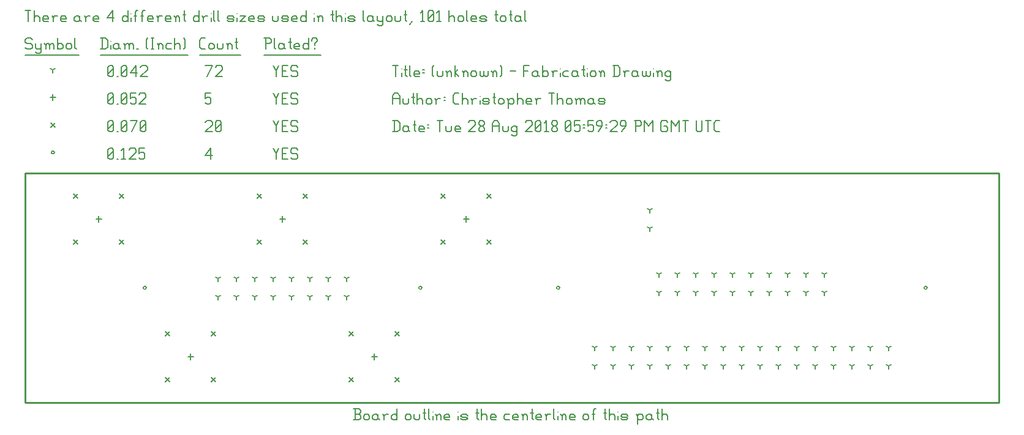
<source format=gbr>
G04 start of page 11 for group -3984 idx -3984 *
G04 Title: (unknown), fab *
G04 Creator: pcb 20140316 *
G04 CreationDate: Tue 28 Aug 2018 05:59:29 PM GMT UTC *
G04 For: thomasc *
G04 Format: Gerber/RS-274X *
G04 PCB-Dimensions (mil): 5300.00 1250.00 *
G04 PCB-Coordinate-Origin: lower left *
%MOIN*%
%FSLAX25Y25*%
%LNFAB*%
%ADD60C,0.0100*%
%ADD59C,0.0075*%
%ADD58C,0.0060*%
%ADD57R,0.0080X0.0080*%
G54D57*X64200Y62500D02*G75*G03X65800Y62500I800J0D01*G01*
G75*G03X64200Y62500I-800J0D01*G01*
X489200D02*G75*G03X490800Y62500I800J0D01*G01*
G75*G03X489200Y62500I-800J0D01*G01*
X214200D02*G75*G03X215800Y62500I800J0D01*G01*
G75*G03X214200Y62500I-800J0D01*G01*
X289200D02*G75*G03X290800Y62500I800J0D01*G01*
G75*G03X289200Y62500I-800J0D01*G01*
X14200Y136250D02*G75*G03X15800Y136250I800J0D01*G01*
G75*G03X14200Y136250I-800J0D01*G01*
G54D58*X135000Y138500D02*X136500Y135500D01*
X138000Y138500D01*
X136500Y135500D02*Y132500D01*
X139800Y135800D02*X142050D01*
X139800Y132500D02*X142800D01*
X139800Y138500D02*Y132500D01*
Y138500D02*X142800D01*
X147600D02*X148350Y137750D01*
X145350Y138500D02*X147600D01*
X144600Y137750D02*X145350Y138500D01*
X144600Y137750D02*Y136250D01*
X145350Y135500D01*
X147600D01*
X148350Y134750D01*
Y133250D01*
X147600Y132500D02*X148350Y133250D01*
X145350Y132500D02*X147600D01*
X144600Y133250D02*X145350Y132500D01*
X98000Y134750D02*X101000Y138500D01*
X98000Y134750D02*X101750D01*
X101000Y138500D02*Y132500D01*
X45000Y133250D02*X45750Y132500D01*
X45000Y137750D02*Y133250D01*
Y137750D02*X45750Y138500D01*
X47250D01*
X48000Y137750D01*
Y133250D01*
X47250Y132500D02*X48000Y133250D01*
X45750Y132500D02*X47250D01*
X45000Y134000D02*X48000Y137000D01*
X49800Y132500D02*X50550D01*
X52350Y137300D02*X53550Y138500D01*
Y132500D01*
X52350D02*X54600D01*
X56400Y137750D02*X57150Y138500D01*
X59400D01*
X60150Y137750D01*
Y136250D01*
X56400Y132500D02*X60150Y136250D01*
X56400Y132500D02*X60150D01*
X61950Y138500D02*X64950D01*
X61950D02*Y135500D01*
X62700Y136250D01*
X64200D01*
X64950Y135500D01*
Y133250D01*
X64200Y132500D02*X64950Y133250D01*
X62700Y132500D02*X64200D01*
X61950Y133250D02*X62700Y132500D01*
X26300Y113700D02*X28700Y111300D01*
X26300D02*X28700Y113700D01*
X51300D02*X53700Y111300D01*
X51300D02*X53700Y113700D01*
X51300Y88700D02*X53700Y86300D01*
X51300D02*X53700Y88700D01*
X26300D02*X28700Y86300D01*
X26300D02*X28700Y88700D01*
X126300Y113700D02*X128700Y111300D01*
X126300D02*X128700Y113700D01*
X151300D02*X153700Y111300D01*
X151300D02*X153700Y113700D01*
X151300Y88700D02*X153700Y86300D01*
X151300D02*X153700Y88700D01*
X126300D02*X128700Y86300D01*
X126300D02*X128700Y88700D01*
X226300Y113700D02*X228700Y111300D01*
X226300D02*X228700Y113700D01*
X251300D02*X253700Y111300D01*
X251300D02*X253700Y113700D01*
X251300Y88700D02*X253700Y86300D01*
X251300D02*X253700Y88700D01*
X226300D02*X228700Y86300D01*
X226300D02*X228700Y88700D01*
X176300Y38700D02*X178700Y36300D01*
X176300D02*X178700Y38700D01*
X201300D02*X203700Y36300D01*
X201300D02*X203700Y38700D01*
X201300Y13700D02*X203700Y11300D01*
X201300D02*X203700Y13700D01*
X176300D02*X178700Y11300D01*
X176300D02*X178700Y13700D01*
X76300Y38700D02*X78700Y36300D01*
X76300D02*X78700Y38700D01*
X101300D02*X103700Y36300D01*
X101300D02*X103700Y38700D01*
X101300Y13700D02*X103700Y11300D01*
X101300D02*X103700Y13700D01*
X76300D02*X78700Y11300D01*
X76300D02*X78700Y13700D01*
X13800Y152450D02*X16200Y150050D01*
X13800D02*X16200Y152450D01*
X135000Y153500D02*X136500Y150500D01*
X138000Y153500D01*
X136500Y150500D02*Y147500D01*
X139800Y150800D02*X142050D01*
X139800Y147500D02*X142800D01*
X139800Y153500D02*Y147500D01*
Y153500D02*X142800D01*
X147600D02*X148350Y152750D01*
X145350Y153500D02*X147600D01*
X144600Y152750D02*X145350Y153500D01*
X144600Y152750D02*Y151250D01*
X145350Y150500D01*
X147600D01*
X148350Y149750D01*
Y148250D01*
X147600Y147500D02*X148350Y148250D01*
X145350Y147500D02*X147600D01*
X144600Y148250D02*X145350Y147500D01*
X98000Y152750D02*X98750Y153500D01*
X101000D01*
X101750Y152750D01*
Y151250D01*
X98000Y147500D02*X101750Y151250D01*
X98000Y147500D02*X101750D01*
X103550Y148250D02*X104300Y147500D01*
X103550Y152750D02*Y148250D01*
Y152750D02*X104300Y153500D01*
X105800D01*
X106550Y152750D01*
Y148250D01*
X105800Y147500D02*X106550Y148250D01*
X104300Y147500D02*X105800D01*
X103550Y149000D02*X106550Y152000D01*
X45000Y148250D02*X45750Y147500D01*
X45000Y152750D02*Y148250D01*
Y152750D02*X45750Y153500D01*
X47250D01*
X48000Y152750D01*
Y148250D01*
X47250Y147500D02*X48000Y148250D01*
X45750Y147500D02*X47250D01*
X45000Y149000D02*X48000Y152000D01*
X49800Y147500D02*X50550D01*
X52350Y148250D02*X53100Y147500D01*
X52350Y152750D02*Y148250D01*
Y152750D02*X53100Y153500D01*
X54600D01*
X55350Y152750D01*
Y148250D01*
X54600Y147500D02*X55350Y148250D01*
X53100Y147500D02*X54600D01*
X52350Y149000D02*X55350Y152000D01*
X57900Y147500D02*X60900Y153500D01*
X57150D02*X60900D01*
X62700Y148250D02*X63450Y147500D01*
X62700Y152750D02*Y148250D01*
Y152750D02*X63450Y153500D01*
X64950D01*
X65700Y152750D01*
Y148250D01*
X64950Y147500D02*X65700Y148250D01*
X63450Y147500D02*X64950D01*
X62700Y149000D02*X65700Y152000D01*
X40000Y101600D02*Y98400D01*
X38400Y100000D02*X41600D01*
X140000Y101600D02*Y98400D01*
X138400Y100000D02*X141600D01*
X240000Y101600D02*Y98400D01*
X238400Y100000D02*X241600D01*
X190000Y26600D02*Y23400D01*
X188400Y25000D02*X191600D01*
X90000Y26600D02*Y23400D01*
X88400Y25000D02*X91600D01*
X15000Y167850D02*Y164650D01*
X13400Y166250D02*X16600D01*
X135000Y168500D02*X136500Y165500D01*
X138000Y168500D01*
X136500Y165500D02*Y162500D01*
X139800Y165800D02*X142050D01*
X139800Y162500D02*X142800D01*
X139800Y168500D02*Y162500D01*
Y168500D02*X142800D01*
X147600D02*X148350Y167750D01*
X145350Y168500D02*X147600D01*
X144600Y167750D02*X145350Y168500D01*
X144600Y167750D02*Y166250D01*
X145350Y165500D01*
X147600D01*
X148350Y164750D01*
Y163250D01*
X147600Y162500D02*X148350Y163250D01*
X145350Y162500D02*X147600D01*
X144600Y163250D02*X145350Y162500D01*
X98000Y168500D02*X101000D01*
X98000D02*Y165500D01*
X98750Y166250D01*
X100250D01*
X101000Y165500D01*
Y163250D01*
X100250Y162500D02*X101000Y163250D01*
X98750Y162500D02*X100250D01*
X98000Y163250D02*X98750Y162500D01*
X45000Y163250D02*X45750Y162500D01*
X45000Y167750D02*Y163250D01*
Y167750D02*X45750Y168500D01*
X47250D01*
X48000Y167750D01*
Y163250D01*
X47250Y162500D02*X48000Y163250D01*
X45750Y162500D02*X47250D01*
X45000Y164000D02*X48000Y167000D01*
X49800Y162500D02*X50550D01*
X52350Y163250D02*X53100Y162500D01*
X52350Y167750D02*Y163250D01*
Y167750D02*X53100Y168500D01*
X54600D01*
X55350Y167750D01*
Y163250D01*
X54600Y162500D02*X55350Y163250D01*
X53100Y162500D02*X54600D01*
X52350Y164000D02*X55350Y167000D01*
X57150Y168500D02*X60150D01*
X57150D02*Y165500D01*
X57900Y166250D01*
X59400D01*
X60150Y165500D01*
Y163250D01*
X59400Y162500D02*X60150Y163250D01*
X57900Y162500D02*X59400D01*
X57150Y163250D02*X57900Y162500D01*
X61950Y167750D02*X62700Y168500D01*
X64950D01*
X65700Y167750D01*
Y166250D01*
X61950Y162500D02*X65700Y166250D01*
X61950Y162500D02*X65700D01*
X470000Y20000D02*Y18400D01*
Y20000D02*X471387Y20800D01*
X470000Y20000D02*X468613Y20800D01*
X470000Y30000D02*Y28400D01*
Y30000D02*X471387Y30800D01*
X470000Y30000D02*X468613Y30800D01*
X460000Y20000D02*Y18400D01*
Y20000D02*X461387Y20800D01*
X460000Y20000D02*X458613Y20800D01*
X460000Y30000D02*Y28400D01*
Y30000D02*X461387Y30800D01*
X460000Y30000D02*X458613Y30800D01*
X450000Y20000D02*Y18400D01*
Y20000D02*X451387Y20800D01*
X450000Y20000D02*X448613Y20800D01*
X450000Y30000D02*Y28400D01*
Y30000D02*X451387Y30800D01*
X450000Y30000D02*X448613Y30800D01*
X440000Y20000D02*Y18400D01*
Y20000D02*X441387Y20800D01*
X440000Y20000D02*X438613Y20800D01*
X440000Y30000D02*Y28400D01*
Y30000D02*X441387Y30800D01*
X440000Y30000D02*X438613Y30800D01*
X430000Y20000D02*Y18400D01*
Y20000D02*X431387Y20800D01*
X430000Y20000D02*X428613Y20800D01*
X430000Y30000D02*Y28400D01*
Y30000D02*X431387Y30800D01*
X430000Y30000D02*X428613Y30800D01*
X420000Y20000D02*Y18400D01*
Y20000D02*X421387Y20800D01*
X420000Y20000D02*X418613Y20800D01*
X420000Y30000D02*Y28400D01*
Y30000D02*X421387Y30800D01*
X420000Y30000D02*X418613Y30800D01*
X410000Y20000D02*Y18400D01*
Y20000D02*X411387Y20800D01*
X410000Y20000D02*X408613Y20800D01*
X410000Y30000D02*Y28400D01*
Y30000D02*X411387Y30800D01*
X410000Y30000D02*X408613Y30800D01*
X400000Y20000D02*Y18400D01*
Y20000D02*X401387Y20800D01*
X400000Y20000D02*X398613Y20800D01*
X400000Y30000D02*Y28400D01*
Y30000D02*X401387Y30800D01*
X400000Y30000D02*X398613Y30800D01*
X390000Y20000D02*Y18400D01*
Y20000D02*X391387Y20800D01*
X390000Y20000D02*X388613Y20800D01*
X390000Y30000D02*Y28400D01*
Y30000D02*X391387Y30800D01*
X390000Y30000D02*X388613Y30800D01*
X380000Y20000D02*Y18400D01*
Y20000D02*X381387Y20800D01*
X380000Y20000D02*X378613Y20800D01*
X380000Y30000D02*Y28400D01*
Y30000D02*X381387Y30800D01*
X380000Y30000D02*X378613Y30800D01*
X370000Y20000D02*Y18400D01*
Y20000D02*X371387Y20800D01*
X370000Y20000D02*X368613Y20800D01*
X370000Y30000D02*Y28400D01*
Y30000D02*X371387Y30800D01*
X370000Y30000D02*X368613Y30800D01*
X360000Y20000D02*Y18400D01*
Y20000D02*X361387Y20800D01*
X360000Y20000D02*X358613Y20800D01*
X360000Y30000D02*Y28400D01*
Y30000D02*X361387Y30800D01*
X360000Y30000D02*X358613Y30800D01*
X350000Y20000D02*Y18400D01*
Y20000D02*X351387Y20800D01*
X350000Y20000D02*X348613Y20800D01*
X350000Y30000D02*Y28400D01*
Y30000D02*X351387Y30800D01*
X350000Y30000D02*X348613Y30800D01*
X340000Y20000D02*Y18400D01*
Y20000D02*X341387Y20800D01*
X340000Y20000D02*X338613Y20800D01*
X340000Y30000D02*Y28400D01*
Y30000D02*X341387Y30800D01*
X340000Y30000D02*X338613Y30800D01*
X330000Y20000D02*Y18400D01*
Y20000D02*X331387Y20800D01*
X330000Y20000D02*X328613Y20800D01*
X330000Y30000D02*Y28400D01*
Y30000D02*X331387Y30800D01*
X330000Y30000D02*X328613Y30800D01*
X320000Y20000D02*Y18400D01*
Y20000D02*X321387Y20800D01*
X320000Y20000D02*X318613Y20800D01*
X320000Y30000D02*Y28400D01*
Y30000D02*X321387Y30800D01*
X320000Y30000D02*X318613Y30800D01*
X310000Y20000D02*Y18400D01*
Y20000D02*X311387Y20800D01*
X310000Y20000D02*X308613Y20800D01*
X310000Y30000D02*Y28400D01*
Y30000D02*X311387Y30800D01*
X310000Y30000D02*X308613Y30800D01*
X340000Y95000D02*Y93400D01*
Y95000D02*X341387Y95800D01*
X340000Y95000D02*X338613Y95800D01*
X340000Y105000D02*Y103400D01*
Y105000D02*X341387Y105800D01*
X340000Y105000D02*X338613Y105800D01*
X105000Y57500D02*Y55900D01*
Y57500D02*X106387Y58300D01*
X105000Y57500D02*X103613Y58300D01*
X105000Y67500D02*Y65900D01*
Y67500D02*X106387Y68300D01*
X105000Y67500D02*X103613Y68300D01*
X115000Y57500D02*Y55900D01*
Y57500D02*X116387Y58300D01*
X115000Y57500D02*X113613Y58300D01*
X115000Y67500D02*Y65900D01*
Y67500D02*X116387Y68300D01*
X115000Y67500D02*X113613Y68300D01*
X125000Y57500D02*Y55900D01*
Y57500D02*X126387Y58300D01*
X125000Y57500D02*X123613Y58300D01*
X125000Y67500D02*Y65900D01*
Y67500D02*X126387Y68300D01*
X125000Y67500D02*X123613Y68300D01*
X135000Y57500D02*Y55900D01*
Y57500D02*X136387Y58300D01*
X135000Y57500D02*X133613Y58300D01*
X135000Y67500D02*Y65900D01*
Y67500D02*X136387Y68300D01*
X135000Y67500D02*X133613Y68300D01*
X145000Y57500D02*Y55900D01*
Y57500D02*X146387Y58300D01*
X145000Y57500D02*X143613Y58300D01*
X145000Y67500D02*Y65900D01*
Y67500D02*X146387Y68300D01*
X145000Y67500D02*X143613Y68300D01*
X155000Y57500D02*Y55900D01*
Y57500D02*X156387Y58300D01*
X155000Y57500D02*X153613Y58300D01*
X155000Y67500D02*Y65900D01*
Y67500D02*X156387Y68300D01*
X155000Y67500D02*X153613Y68300D01*
X165000Y57500D02*Y55900D01*
Y57500D02*X166387Y58300D01*
X165000Y57500D02*X163613Y58300D01*
X165000Y67500D02*Y65900D01*
Y67500D02*X166387Y68300D01*
X165000Y67500D02*X163613Y68300D01*
X175000Y57500D02*Y55900D01*
Y57500D02*X176387Y58300D01*
X175000Y57500D02*X173613Y58300D01*
X175000Y67500D02*Y65900D01*
Y67500D02*X176387Y68300D01*
X175000Y67500D02*X173613Y68300D01*
X435000Y70000D02*Y68400D01*
Y70000D02*X436387Y70800D01*
X435000Y70000D02*X433613Y70800D01*
X435000Y60000D02*Y58400D01*
Y60000D02*X436387Y60800D01*
X435000Y60000D02*X433613Y60800D01*
X425000Y70000D02*Y68400D01*
Y70000D02*X426387Y70800D01*
X425000Y70000D02*X423613Y70800D01*
X425000Y60000D02*Y58400D01*
Y60000D02*X426387Y60800D01*
X425000Y60000D02*X423613Y60800D01*
X415000Y70000D02*Y68400D01*
Y70000D02*X416387Y70800D01*
X415000Y70000D02*X413613Y70800D01*
X415000Y60000D02*Y58400D01*
Y60000D02*X416387Y60800D01*
X415000Y60000D02*X413613Y60800D01*
X405000Y70000D02*Y68400D01*
Y70000D02*X406387Y70800D01*
X405000Y70000D02*X403613Y70800D01*
X405000Y60000D02*Y58400D01*
Y60000D02*X406387Y60800D01*
X405000Y60000D02*X403613Y60800D01*
X395000Y70000D02*Y68400D01*
Y70000D02*X396387Y70800D01*
X395000Y70000D02*X393613Y70800D01*
X395000Y60000D02*Y58400D01*
Y60000D02*X396387Y60800D01*
X395000Y60000D02*X393613Y60800D01*
X385000Y70000D02*Y68400D01*
Y70000D02*X386387Y70800D01*
X385000Y70000D02*X383613Y70800D01*
X385000Y60000D02*Y58400D01*
Y60000D02*X386387Y60800D01*
X385000Y60000D02*X383613Y60800D01*
X375000Y70000D02*Y68400D01*
Y70000D02*X376387Y70800D01*
X375000Y70000D02*X373613Y70800D01*
X375000Y60000D02*Y58400D01*
Y60000D02*X376387Y60800D01*
X375000Y60000D02*X373613Y60800D01*
X365000Y70000D02*Y68400D01*
Y70000D02*X366387Y70800D01*
X365000Y70000D02*X363613Y70800D01*
X365000Y60000D02*Y58400D01*
Y60000D02*X366387Y60800D01*
X365000Y60000D02*X363613Y60800D01*
X355000Y70000D02*Y68400D01*
Y70000D02*X356387Y70800D01*
X355000Y70000D02*X353613Y70800D01*
X355000Y60000D02*Y58400D01*
Y60000D02*X356387Y60800D01*
X355000Y60000D02*X353613Y60800D01*
X345000Y70000D02*Y68400D01*
Y70000D02*X346387Y70800D01*
X345000Y70000D02*X343613Y70800D01*
X345000Y60000D02*Y58400D01*
Y60000D02*X346387Y60800D01*
X345000Y60000D02*X343613Y60800D01*
X15000Y181250D02*Y179650D01*
Y181250D02*X16387Y182050D01*
X15000Y181250D02*X13613Y182050D01*
X135000Y183500D02*X136500Y180500D01*
X138000Y183500D01*
X136500Y180500D02*Y177500D01*
X139800Y180800D02*X142050D01*
X139800Y177500D02*X142800D01*
X139800Y183500D02*Y177500D01*
Y183500D02*X142800D01*
X147600D02*X148350Y182750D01*
X145350Y183500D02*X147600D01*
X144600Y182750D02*X145350Y183500D01*
X144600Y182750D02*Y181250D01*
X145350Y180500D01*
X147600D01*
X148350Y179750D01*
Y178250D01*
X147600Y177500D02*X148350Y178250D01*
X145350Y177500D02*X147600D01*
X144600Y178250D02*X145350Y177500D01*
X98750D02*X101750Y183500D01*
X98000D02*X101750D01*
X103550Y182750D02*X104300Y183500D01*
X106550D01*
X107300Y182750D01*
Y181250D01*
X103550Y177500D02*X107300Y181250D01*
X103550Y177500D02*X107300D01*
X45000Y178250D02*X45750Y177500D01*
X45000Y182750D02*Y178250D01*
Y182750D02*X45750Y183500D01*
X47250D01*
X48000Y182750D01*
Y178250D01*
X47250Y177500D02*X48000Y178250D01*
X45750Y177500D02*X47250D01*
X45000Y179000D02*X48000Y182000D01*
X49800Y177500D02*X50550D01*
X52350Y178250D02*X53100Y177500D01*
X52350Y182750D02*Y178250D01*
Y182750D02*X53100Y183500D01*
X54600D01*
X55350Y182750D01*
Y178250D01*
X54600Y177500D02*X55350Y178250D01*
X53100Y177500D02*X54600D01*
X52350Y179000D02*X55350Y182000D01*
X57150Y179750D02*X60150Y183500D01*
X57150Y179750D02*X60900D01*
X60150Y183500D02*Y177500D01*
X62700Y182750D02*X63450Y183500D01*
X65700D01*
X66450Y182750D01*
Y181250D01*
X62700Y177500D02*X66450Y181250D01*
X62700Y177500D02*X66450D01*
X3000Y198500D02*X3750Y197750D01*
X750Y198500D02*X3000D01*
X0Y197750D02*X750Y198500D01*
X0Y197750D02*Y196250D01*
X750Y195500D01*
X3000D01*
X3750Y194750D01*
Y193250D01*
X3000Y192500D02*X3750Y193250D01*
X750Y192500D02*X3000D01*
X0Y193250D02*X750Y192500D01*
X5550Y195500D02*Y193250D01*
X6300Y192500D01*
X8550Y195500D02*Y191000D01*
X7800Y190250D02*X8550Y191000D01*
X6300Y190250D02*X7800D01*
X5550Y191000D02*X6300Y190250D01*
Y192500D02*X7800D01*
X8550Y193250D01*
X11100Y194750D02*Y192500D01*
Y194750D02*X11850Y195500D01*
X12600D01*
X13350Y194750D01*
Y192500D01*
Y194750D02*X14100Y195500D01*
X14850D01*
X15600Y194750D01*
Y192500D01*
X10350Y195500D02*X11100Y194750D01*
X17400Y198500D02*Y192500D01*
Y193250D02*X18150Y192500D01*
X19650D01*
X20400Y193250D01*
Y194750D02*Y193250D01*
X19650Y195500D02*X20400Y194750D01*
X18150Y195500D02*X19650D01*
X17400Y194750D02*X18150Y195500D01*
X22200Y194750D02*Y193250D01*
Y194750D02*X22950Y195500D01*
X24450D01*
X25200Y194750D01*
Y193250D01*
X24450Y192500D02*X25200Y193250D01*
X22950Y192500D02*X24450D01*
X22200Y193250D02*X22950Y192500D01*
X27000Y198500D02*Y193250D01*
X27750Y192500D01*
X0Y189250D02*X29250D01*
X41750Y198500D02*Y192500D01*
X43700Y198500D02*X44750Y197450D01*
Y193550D01*
X43700Y192500D02*X44750Y193550D01*
X41000Y192500D02*X43700D01*
X41000Y198500D02*X43700D01*
G54D59*X46550Y197000D02*Y196850D01*
G54D58*Y194750D02*Y192500D01*
X50300Y195500D02*X51050Y194750D01*
X48800Y195500D02*X50300D01*
X48050Y194750D02*X48800Y195500D01*
X48050Y194750D02*Y193250D01*
X48800Y192500D01*
X51050Y195500D02*Y193250D01*
X51800Y192500D01*
X48800D02*X50300D01*
X51050Y193250D01*
X54350Y194750D02*Y192500D01*
Y194750D02*X55100Y195500D01*
X55850D01*
X56600Y194750D01*
Y192500D01*
Y194750D02*X57350Y195500D01*
X58100D01*
X58850Y194750D01*
Y192500D01*
X53600Y195500D02*X54350Y194750D01*
X60650Y192500D02*X61400D01*
X65900Y193250D02*X66650Y192500D01*
X65900Y197750D02*X66650Y198500D01*
X65900Y197750D02*Y193250D01*
X68450Y198500D02*X69950D01*
X69200D02*Y192500D01*
X68450D02*X69950D01*
X72500Y194750D02*Y192500D01*
Y194750D02*X73250Y195500D01*
X74000D01*
X74750Y194750D01*
Y192500D01*
X71750Y195500D02*X72500Y194750D01*
X77300Y195500D02*X79550D01*
X76550Y194750D02*X77300Y195500D01*
X76550Y194750D02*Y193250D01*
X77300Y192500D01*
X79550D01*
X81350Y198500D02*Y192500D01*
Y194750D02*X82100Y195500D01*
X83600D01*
X84350Y194750D01*
Y192500D01*
X86150Y198500D02*X86900Y197750D01*
Y193250D01*
X86150Y192500D02*X86900Y193250D01*
X41000Y189250D02*X88700D01*
X96050Y192500D02*X98000D01*
X95000Y193550D02*X96050Y192500D01*
X95000Y197450D02*Y193550D01*
Y197450D02*X96050Y198500D01*
X98000D01*
X99800Y194750D02*Y193250D01*
Y194750D02*X100550Y195500D01*
X102050D01*
X102800Y194750D01*
Y193250D01*
X102050Y192500D02*X102800Y193250D01*
X100550Y192500D02*X102050D01*
X99800Y193250D02*X100550Y192500D01*
X104600Y195500D02*Y193250D01*
X105350Y192500D01*
X106850D01*
X107600Y193250D01*
Y195500D02*Y193250D01*
X110150Y194750D02*Y192500D01*
Y194750D02*X110900Y195500D01*
X111650D01*
X112400Y194750D01*
Y192500D01*
X109400Y195500D02*X110150Y194750D01*
X114950Y198500D02*Y193250D01*
X115700Y192500D01*
X114200Y196250D02*X115700D01*
X95000Y189250D02*X117200D01*
X130750Y198500D02*Y192500D01*
X130000Y198500D02*X133000D01*
X133750Y197750D01*
Y196250D01*
X133000Y195500D02*X133750Y196250D01*
X130750Y195500D02*X133000D01*
X135550Y198500D02*Y193250D01*
X136300Y192500D01*
X140050Y195500D02*X140800Y194750D01*
X138550Y195500D02*X140050D01*
X137800Y194750D02*X138550Y195500D01*
X137800Y194750D02*Y193250D01*
X138550Y192500D01*
X140800Y195500D02*Y193250D01*
X141550Y192500D01*
X138550D02*X140050D01*
X140800Y193250D01*
X144100Y198500D02*Y193250D01*
X144850Y192500D01*
X143350Y196250D02*X144850D01*
X147100Y192500D02*X149350D01*
X146350Y193250D02*X147100Y192500D01*
X146350Y194750D02*Y193250D01*
Y194750D02*X147100Y195500D01*
X148600D01*
X149350Y194750D01*
X146350Y194000D02*X149350D01*
Y194750D02*Y194000D01*
X154150Y198500D02*Y192500D01*
X153400D02*X154150Y193250D01*
X151900Y192500D02*X153400D01*
X151150Y193250D02*X151900Y192500D01*
X151150Y194750D02*Y193250D01*
Y194750D02*X151900Y195500D01*
X153400D01*
X154150Y194750D01*
X157450Y195500D02*Y194750D01*
Y193250D02*Y192500D01*
X155950Y197750D02*Y197000D01*
Y197750D02*X156700Y198500D01*
X158200D01*
X158950Y197750D01*
Y197000D01*
X157450Y195500D02*X158950Y197000D01*
X130000Y189250D02*X160750D01*
X0Y213500D02*X3000D01*
X1500D02*Y207500D01*
X4800Y213500D02*Y207500D01*
Y209750D02*X5550Y210500D01*
X7050D01*
X7800Y209750D01*
Y207500D01*
X10350D02*X12600D01*
X9600Y208250D02*X10350Y207500D01*
X9600Y209750D02*Y208250D01*
Y209750D02*X10350Y210500D01*
X11850D01*
X12600Y209750D01*
X9600Y209000D02*X12600D01*
Y209750D02*Y209000D01*
X15150Y209750D02*Y207500D01*
Y209750D02*X15900Y210500D01*
X17400D01*
X14400D02*X15150Y209750D01*
X19950Y207500D02*X22200D01*
X19200Y208250D02*X19950Y207500D01*
X19200Y209750D02*Y208250D01*
Y209750D02*X19950Y210500D01*
X21450D01*
X22200Y209750D01*
X19200Y209000D02*X22200D01*
Y209750D02*Y209000D01*
X28950Y210500D02*X29700Y209750D01*
X27450Y210500D02*X28950D01*
X26700Y209750D02*X27450Y210500D01*
X26700Y209750D02*Y208250D01*
X27450Y207500D01*
X29700Y210500D02*Y208250D01*
X30450Y207500D01*
X27450D02*X28950D01*
X29700Y208250D01*
X33000Y209750D02*Y207500D01*
Y209750D02*X33750Y210500D01*
X35250D01*
X32250D02*X33000Y209750D01*
X37800Y207500D02*X40050D01*
X37050Y208250D02*X37800Y207500D01*
X37050Y209750D02*Y208250D01*
Y209750D02*X37800Y210500D01*
X39300D01*
X40050Y209750D01*
X37050Y209000D02*X40050D01*
Y209750D02*Y209000D01*
X44550Y209750D02*X47550Y213500D01*
X44550Y209750D02*X48300D01*
X47550Y213500D02*Y207500D01*
X55800Y213500D02*Y207500D01*
X55050D02*X55800Y208250D01*
X53550Y207500D02*X55050D01*
X52800Y208250D02*X53550Y207500D01*
X52800Y209750D02*Y208250D01*
Y209750D02*X53550Y210500D01*
X55050D01*
X55800Y209750D01*
G54D59*X57600Y212000D02*Y211850D01*
G54D58*Y209750D02*Y207500D01*
X59850Y212750D02*Y207500D01*
Y212750D02*X60600Y213500D01*
X61350D01*
X59100Y210500D02*X60600D01*
X63600Y212750D02*Y207500D01*
Y212750D02*X64350Y213500D01*
X65100D01*
X62850Y210500D02*X64350D01*
X67350Y207500D02*X69600D01*
X66600Y208250D02*X67350Y207500D01*
X66600Y209750D02*Y208250D01*
Y209750D02*X67350Y210500D01*
X68850D01*
X69600Y209750D01*
X66600Y209000D02*X69600D01*
Y209750D02*Y209000D01*
X72150Y209750D02*Y207500D01*
Y209750D02*X72900Y210500D01*
X74400D01*
X71400D02*X72150Y209750D01*
X76950Y207500D02*X79200D01*
X76200Y208250D02*X76950Y207500D01*
X76200Y209750D02*Y208250D01*
Y209750D02*X76950Y210500D01*
X78450D01*
X79200Y209750D01*
X76200Y209000D02*X79200D01*
Y209750D02*Y209000D01*
X81750Y209750D02*Y207500D01*
Y209750D02*X82500Y210500D01*
X83250D01*
X84000Y209750D01*
Y207500D01*
X81000Y210500D02*X81750Y209750D01*
X86550Y213500D02*Y208250D01*
X87300Y207500D01*
X85800Y211250D02*X87300D01*
X94500Y213500D02*Y207500D01*
X93750D02*X94500Y208250D01*
X92250Y207500D02*X93750D01*
X91500Y208250D02*X92250Y207500D01*
X91500Y209750D02*Y208250D01*
Y209750D02*X92250Y210500D01*
X93750D01*
X94500Y209750D01*
X97050D02*Y207500D01*
Y209750D02*X97800Y210500D01*
X99300D01*
X96300D02*X97050Y209750D01*
G54D59*X101100Y212000D02*Y211850D01*
G54D58*Y209750D02*Y207500D01*
X102600Y213500D02*Y208250D01*
X103350Y207500D01*
X104850Y213500D02*Y208250D01*
X105600Y207500D01*
X110550D02*X112800D01*
X113550Y208250D01*
X112800Y209000D02*X113550Y208250D01*
X110550Y209000D02*X112800D01*
X109800Y209750D02*X110550Y209000D01*
X109800Y209750D02*X110550Y210500D01*
X112800D01*
X113550Y209750D01*
X109800Y208250D02*X110550Y207500D01*
G54D59*X115350Y212000D02*Y211850D01*
G54D58*Y209750D02*Y207500D01*
X116850Y210500D02*X119850D01*
X116850Y207500D02*X119850Y210500D01*
X116850Y207500D02*X119850D01*
X122400D02*X124650D01*
X121650Y208250D02*X122400Y207500D01*
X121650Y209750D02*Y208250D01*
Y209750D02*X122400Y210500D01*
X123900D01*
X124650Y209750D01*
X121650Y209000D02*X124650D01*
Y209750D02*Y209000D01*
X127200Y207500D02*X129450D01*
X130200Y208250D01*
X129450Y209000D02*X130200Y208250D01*
X127200Y209000D02*X129450D01*
X126450Y209750D02*X127200Y209000D01*
X126450Y209750D02*X127200Y210500D01*
X129450D01*
X130200Y209750D01*
X126450Y208250D02*X127200Y207500D01*
X134700Y210500D02*Y208250D01*
X135450Y207500D01*
X136950D01*
X137700Y208250D01*
Y210500D02*Y208250D01*
X140250Y207500D02*X142500D01*
X143250Y208250D01*
X142500Y209000D02*X143250Y208250D01*
X140250Y209000D02*X142500D01*
X139500Y209750D02*X140250Y209000D01*
X139500Y209750D02*X140250Y210500D01*
X142500D01*
X143250Y209750D01*
X139500Y208250D02*X140250Y207500D01*
X145800D02*X148050D01*
X145050Y208250D02*X145800Y207500D01*
X145050Y209750D02*Y208250D01*
Y209750D02*X145800Y210500D01*
X147300D01*
X148050Y209750D01*
X145050Y209000D02*X148050D01*
Y209750D02*Y209000D01*
X152850Y213500D02*Y207500D01*
X152100D02*X152850Y208250D01*
X150600Y207500D02*X152100D01*
X149850Y208250D02*X150600Y207500D01*
X149850Y209750D02*Y208250D01*
Y209750D02*X150600Y210500D01*
X152100D01*
X152850Y209750D01*
G54D59*X157350Y212000D02*Y211850D01*
G54D58*Y209750D02*Y207500D01*
X159600Y209750D02*Y207500D01*
Y209750D02*X160350Y210500D01*
X161100D01*
X161850Y209750D01*
Y207500D01*
X158850Y210500D02*X159600Y209750D01*
X167100Y213500D02*Y208250D01*
X167850Y207500D01*
X166350Y211250D02*X167850D01*
X169350Y213500D02*Y207500D01*
Y209750D02*X170100Y210500D01*
X171600D01*
X172350Y209750D01*
Y207500D01*
G54D59*X174150Y212000D02*Y211850D01*
G54D58*Y209750D02*Y207500D01*
X176400D02*X178650D01*
X179400Y208250D01*
X178650Y209000D02*X179400Y208250D01*
X176400Y209000D02*X178650D01*
X175650Y209750D02*X176400Y209000D01*
X175650Y209750D02*X176400Y210500D01*
X178650D01*
X179400Y209750D01*
X175650Y208250D02*X176400Y207500D01*
X183900Y213500D02*Y208250D01*
X184650Y207500D01*
X188400Y210500D02*X189150Y209750D01*
X186900Y210500D02*X188400D01*
X186150Y209750D02*X186900Y210500D01*
X186150Y209750D02*Y208250D01*
X186900Y207500D01*
X189150Y210500D02*Y208250D01*
X189900Y207500D01*
X186900D02*X188400D01*
X189150Y208250D01*
X191700Y210500D02*Y208250D01*
X192450Y207500D01*
X194700Y210500D02*Y206000D01*
X193950Y205250D02*X194700Y206000D01*
X192450Y205250D02*X193950D01*
X191700Y206000D02*X192450Y205250D01*
Y207500D02*X193950D01*
X194700Y208250D01*
X196500Y209750D02*Y208250D01*
Y209750D02*X197250Y210500D01*
X198750D01*
X199500Y209750D01*
Y208250D01*
X198750Y207500D02*X199500Y208250D01*
X197250Y207500D02*X198750D01*
X196500Y208250D02*X197250Y207500D01*
X201300Y210500D02*Y208250D01*
X202050Y207500D01*
X203550D01*
X204300Y208250D01*
Y210500D02*Y208250D01*
X206850Y213500D02*Y208250D01*
X207600Y207500D01*
X206100Y211250D02*X207600D01*
X209100Y206000D02*X210600Y207500D01*
X215100Y212300D02*X216300Y213500D01*
Y207500D01*
X215100D02*X217350D01*
X219150Y208250D02*X219900Y207500D01*
X219150Y212750D02*Y208250D01*
Y212750D02*X219900Y213500D01*
X221400D01*
X222150Y212750D01*
Y208250D01*
X221400Y207500D02*X222150Y208250D01*
X219900Y207500D02*X221400D01*
X219150Y209000D02*X222150Y212000D01*
X223950Y212300D02*X225150Y213500D01*
Y207500D01*
X223950D02*X226200D01*
X230700Y213500D02*Y207500D01*
Y209750D02*X231450Y210500D01*
X232950D01*
X233700Y209750D01*
Y207500D01*
X235500Y209750D02*Y208250D01*
Y209750D02*X236250Y210500D01*
X237750D01*
X238500Y209750D01*
Y208250D01*
X237750Y207500D02*X238500Y208250D01*
X236250Y207500D02*X237750D01*
X235500Y208250D02*X236250Y207500D01*
X240300Y213500D02*Y208250D01*
X241050Y207500D01*
X243300D02*X245550D01*
X242550Y208250D02*X243300Y207500D01*
X242550Y209750D02*Y208250D01*
Y209750D02*X243300Y210500D01*
X244800D01*
X245550Y209750D01*
X242550Y209000D02*X245550D01*
Y209750D02*Y209000D01*
X248100Y207500D02*X250350D01*
X251100Y208250D01*
X250350Y209000D02*X251100Y208250D01*
X248100Y209000D02*X250350D01*
X247350Y209750D02*X248100Y209000D01*
X247350Y209750D02*X248100Y210500D01*
X250350D01*
X251100Y209750D01*
X247350Y208250D02*X248100Y207500D01*
X256350Y213500D02*Y208250D01*
X257100Y207500D01*
X255600Y211250D02*X257100D01*
X258600Y209750D02*Y208250D01*
Y209750D02*X259350Y210500D01*
X260850D01*
X261600Y209750D01*
Y208250D01*
X260850Y207500D02*X261600Y208250D01*
X259350Y207500D02*X260850D01*
X258600Y208250D02*X259350Y207500D01*
X264150Y213500D02*Y208250D01*
X264900Y207500D01*
X263400Y211250D02*X264900D01*
X268650Y210500D02*X269400Y209750D01*
X267150Y210500D02*X268650D01*
X266400Y209750D02*X267150Y210500D01*
X266400Y209750D02*Y208250D01*
X267150Y207500D01*
X269400Y210500D02*Y208250D01*
X270150Y207500D01*
X267150D02*X268650D01*
X269400Y208250D01*
X271950Y213500D02*Y208250D01*
X272700Y207500D01*
G54D60*X0Y125000D02*Y0D01*
X530000D01*
Y125000D01*
X0D01*
G54D58*X178675Y-9500D02*X181675D01*
X182425Y-8750D01*
Y-6950D02*Y-8750D01*
X181675Y-6200D02*X182425Y-6950D01*
X179425Y-6200D02*X181675D01*
X179425Y-3500D02*Y-9500D01*
X178675Y-3500D02*X181675D01*
X182425Y-4250D01*
Y-5450D01*
X181675Y-6200D02*X182425Y-5450D01*
X184225Y-7250D02*Y-8750D01*
Y-7250D02*X184975Y-6500D01*
X186475D01*
X187225Y-7250D01*
Y-8750D01*
X186475Y-9500D02*X187225Y-8750D01*
X184975Y-9500D02*X186475D01*
X184225Y-8750D02*X184975Y-9500D01*
X191275Y-6500D02*X192025Y-7250D01*
X189775Y-6500D02*X191275D01*
X189025Y-7250D02*X189775Y-6500D01*
X189025Y-7250D02*Y-8750D01*
X189775Y-9500D01*
X192025Y-6500D02*Y-8750D01*
X192775Y-9500D01*
X189775D02*X191275D01*
X192025Y-8750D01*
X195325Y-7250D02*Y-9500D01*
Y-7250D02*X196075Y-6500D01*
X197575D01*
X194575D02*X195325Y-7250D01*
X202375Y-3500D02*Y-9500D01*
X201625D02*X202375Y-8750D01*
X200125Y-9500D02*X201625D01*
X199375Y-8750D02*X200125Y-9500D01*
X199375Y-7250D02*Y-8750D01*
Y-7250D02*X200125Y-6500D01*
X201625D01*
X202375Y-7250D01*
X206875D02*Y-8750D01*
Y-7250D02*X207625Y-6500D01*
X209125D01*
X209875Y-7250D01*
Y-8750D01*
X209125Y-9500D02*X209875Y-8750D01*
X207625Y-9500D02*X209125D01*
X206875Y-8750D02*X207625Y-9500D01*
X211675Y-6500D02*Y-8750D01*
X212425Y-9500D01*
X213925D01*
X214675Y-8750D01*
Y-6500D02*Y-8750D01*
X217225Y-3500D02*Y-8750D01*
X217975Y-9500D01*
X216475Y-5750D02*X217975D01*
X219475Y-3500D02*Y-8750D01*
X220225Y-9500D01*
G54D59*X221725Y-5000D02*Y-5150D01*
G54D58*Y-7250D02*Y-9500D01*
X223975Y-7250D02*Y-9500D01*
Y-7250D02*X224725Y-6500D01*
X225475D01*
X226225Y-7250D01*
Y-9500D01*
X223225Y-6500D02*X223975Y-7250D01*
X228775Y-9500D02*X231025D01*
X228025Y-8750D02*X228775Y-9500D01*
X228025Y-7250D02*Y-8750D01*
Y-7250D02*X228775Y-6500D01*
X230275D01*
X231025Y-7250D01*
X228025Y-8000D02*X231025D01*
Y-7250D02*Y-8000D01*
G54D59*X235525Y-5000D02*Y-5150D01*
G54D58*Y-7250D02*Y-9500D01*
X237775D02*X240025D01*
X240775Y-8750D01*
X240025Y-8000D02*X240775Y-8750D01*
X237775Y-8000D02*X240025D01*
X237025Y-7250D02*X237775Y-8000D01*
X237025Y-7250D02*X237775Y-6500D01*
X240025D01*
X240775Y-7250D01*
X237025Y-8750D02*X237775Y-9500D01*
X246025Y-3500D02*Y-8750D01*
X246775Y-9500D01*
X245275Y-5750D02*X246775D01*
X248275Y-3500D02*Y-9500D01*
Y-7250D02*X249025Y-6500D01*
X250525D01*
X251275Y-7250D01*
Y-9500D01*
X253825D02*X256075D01*
X253075Y-8750D02*X253825Y-9500D01*
X253075Y-7250D02*Y-8750D01*
Y-7250D02*X253825Y-6500D01*
X255325D01*
X256075Y-7250D01*
X253075Y-8000D02*X256075D01*
Y-7250D02*Y-8000D01*
X261325Y-6500D02*X263575D01*
X260575Y-7250D02*X261325Y-6500D01*
X260575Y-7250D02*Y-8750D01*
X261325Y-9500D01*
X263575D01*
X266125D02*X268375D01*
X265375Y-8750D02*X266125Y-9500D01*
X265375Y-7250D02*Y-8750D01*
Y-7250D02*X266125Y-6500D01*
X267625D01*
X268375Y-7250D01*
X265375Y-8000D02*X268375D01*
Y-7250D02*Y-8000D01*
X270925Y-7250D02*Y-9500D01*
Y-7250D02*X271675Y-6500D01*
X272425D01*
X273175Y-7250D01*
Y-9500D01*
X270175Y-6500D02*X270925Y-7250D01*
X275725Y-3500D02*Y-8750D01*
X276475Y-9500D01*
X274975Y-5750D02*X276475D01*
X278725Y-9500D02*X280975D01*
X277975Y-8750D02*X278725Y-9500D01*
X277975Y-7250D02*Y-8750D01*
Y-7250D02*X278725Y-6500D01*
X280225D01*
X280975Y-7250D01*
X277975Y-8000D02*X280975D01*
Y-7250D02*Y-8000D01*
X283525Y-7250D02*Y-9500D01*
Y-7250D02*X284275Y-6500D01*
X285775D01*
X282775D02*X283525Y-7250D01*
X287575Y-3500D02*Y-8750D01*
X288325Y-9500D01*
G54D59*X289825Y-5000D02*Y-5150D01*
G54D58*Y-7250D02*Y-9500D01*
X292075Y-7250D02*Y-9500D01*
Y-7250D02*X292825Y-6500D01*
X293575D01*
X294325Y-7250D01*
Y-9500D01*
X291325Y-6500D02*X292075Y-7250D01*
X296875Y-9500D02*X299125D01*
X296125Y-8750D02*X296875Y-9500D01*
X296125Y-7250D02*Y-8750D01*
Y-7250D02*X296875Y-6500D01*
X298375D01*
X299125Y-7250D01*
X296125Y-8000D02*X299125D01*
Y-7250D02*Y-8000D01*
X303625Y-7250D02*Y-8750D01*
Y-7250D02*X304375Y-6500D01*
X305875D01*
X306625Y-7250D01*
Y-8750D01*
X305875Y-9500D02*X306625Y-8750D01*
X304375Y-9500D02*X305875D01*
X303625Y-8750D02*X304375Y-9500D01*
X309175Y-4250D02*Y-9500D01*
Y-4250D02*X309925Y-3500D01*
X310675D01*
X308425Y-6500D02*X309925D01*
X315625Y-3500D02*Y-8750D01*
X316375Y-9500D01*
X314875Y-5750D02*X316375D01*
X317875Y-3500D02*Y-9500D01*
Y-7250D02*X318625Y-6500D01*
X320125D01*
X320875Y-7250D01*
Y-9500D01*
G54D59*X322675Y-5000D02*Y-5150D01*
G54D58*Y-7250D02*Y-9500D01*
X324925D02*X327175D01*
X327925Y-8750D01*
X327175Y-8000D02*X327925Y-8750D01*
X324925Y-8000D02*X327175D01*
X324175Y-7250D02*X324925Y-8000D01*
X324175Y-7250D02*X324925Y-6500D01*
X327175D01*
X327925Y-7250D01*
X324175Y-8750D02*X324925Y-9500D01*
X333175Y-7250D02*Y-11750D01*
X332425Y-6500D02*X333175Y-7250D01*
X333925Y-6500D01*
X335425D01*
X336175Y-7250D01*
Y-8750D01*
X335425Y-9500D02*X336175Y-8750D01*
X333925Y-9500D02*X335425D01*
X333175Y-8750D02*X333925Y-9500D01*
X340225Y-6500D02*X340975Y-7250D01*
X338725Y-6500D02*X340225D01*
X337975Y-7250D02*X338725Y-6500D01*
X337975Y-7250D02*Y-8750D01*
X338725Y-9500D01*
X340975Y-6500D02*Y-8750D01*
X341725Y-9500D01*
X338725D02*X340225D01*
X340975Y-8750D01*
X344275Y-3500D02*Y-8750D01*
X345025Y-9500D01*
X343525Y-5750D02*X345025D01*
X346525Y-3500D02*Y-9500D01*
Y-7250D02*X347275Y-6500D01*
X348775D01*
X349525Y-7250D01*
Y-9500D01*
X200750Y153500D02*Y147500D01*
X202700Y153500D02*X203750Y152450D01*
Y148550D01*
X202700Y147500D02*X203750Y148550D01*
X200000Y147500D02*X202700D01*
X200000Y153500D02*X202700D01*
X207800Y150500D02*X208550Y149750D01*
X206300Y150500D02*X207800D01*
X205550Y149750D02*X206300Y150500D01*
X205550Y149750D02*Y148250D01*
X206300Y147500D01*
X208550Y150500D02*Y148250D01*
X209300Y147500D01*
X206300D02*X207800D01*
X208550Y148250D01*
X211850Y153500D02*Y148250D01*
X212600Y147500D01*
X211100Y151250D02*X212600D01*
X214850Y147500D02*X217100D01*
X214100Y148250D02*X214850Y147500D01*
X214100Y149750D02*Y148250D01*
Y149750D02*X214850Y150500D01*
X216350D01*
X217100Y149750D01*
X214100Y149000D02*X217100D01*
Y149750D02*Y149000D01*
X218900Y151250D02*X219650D01*
X218900Y149750D02*X219650D01*
X224150Y153500D02*X227150D01*
X225650D02*Y147500D01*
X228950Y150500D02*Y148250D01*
X229700Y147500D01*
X231200D01*
X231950Y148250D01*
Y150500D02*Y148250D01*
X234500Y147500D02*X236750D01*
X233750Y148250D02*X234500Y147500D01*
X233750Y149750D02*Y148250D01*
Y149750D02*X234500Y150500D01*
X236000D01*
X236750Y149750D01*
X233750Y149000D02*X236750D01*
Y149750D02*Y149000D01*
X241250Y152750D02*X242000Y153500D01*
X244250D01*
X245000Y152750D01*
Y151250D01*
X241250Y147500D02*X245000Y151250D01*
X241250Y147500D02*X245000D01*
X246800Y148250D02*X247550Y147500D01*
X246800Y149450D02*Y148250D01*
Y149450D02*X247850Y150500D01*
X248750D01*
X249800Y149450D01*
Y148250D01*
X249050Y147500D02*X249800Y148250D01*
X247550Y147500D02*X249050D01*
X246800Y151550D02*X247850Y150500D01*
X246800Y152750D02*Y151550D01*
Y152750D02*X247550Y153500D01*
X249050D01*
X249800Y152750D01*
Y151550D01*
X248750Y150500D02*X249800Y151550D01*
X254300Y152000D02*Y147500D01*
Y152000D02*X255350Y153500D01*
X257000D01*
X258050Y152000D01*
Y147500D01*
X254300Y150500D02*X258050D01*
X259850D02*Y148250D01*
X260600Y147500D01*
X262100D01*
X262850Y148250D01*
Y150500D02*Y148250D01*
X266900Y150500D02*X267650Y149750D01*
X265400Y150500D02*X266900D01*
X264650Y149750D02*X265400Y150500D01*
X264650Y149750D02*Y148250D01*
X265400Y147500D01*
X266900D01*
X267650Y148250D01*
X264650Y146000D02*X265400Y145250D01*
X266900D01*
X267650Y146000D01*
Y150500D02*Y146000D01*
X272150Y152750D02*X272900Y153500D01*
X275150D01*
X275900Y152750D01*
Y151250D01*
X272150Y147500D02*X275900Y151250D01*
X272150Y147500D02*X275900D01*
X277700Y148250D02*X278450Y147500D01*
X277700Y152750D02*Y148250D01*
Y152750D02*X278450Y153500D01*
X279950D01*
X280700Y152750D01*
Y148250D01*
X279950Y147500D02*X280700Y148250D01*
X278450Y147500D02*X279950D01*
X277700Y149000D02*X280700Y152000D01*
X282500Y152300D02*X283700Y153500D01*
Y147500D01*
X282500D02*X284750D01*
X286550Y148250D02*X287300Y147500D01*
X286550Y149450D02*Y148250D01*
Y149450D02*X287600Y150500D01*
X288500D01*
X289550Y149450D01*
Y148250D01*
X288800Y147500D02*X289550Y148250D01*
X287300Y147500D02*X288800D01*
X286550Y151550D02*X287600Y150500D01*
X286550Y152750D02*Y151550D01*
Y152750D02*X287300Y153500D01*
X288800D01*
X289550Y152750D01*
Y151550D01*
X288500Y150500D02*X289550Y151550D01*
X294050Y148250D02*X294800Y147500D01*
X294050Y152750D02*Y148250D01*
Y152750D02*X294800Y153500D01*
X296300D01*
X297050Y152750D01*
Y148250D01*
X296300Y147500D02*X297050Y148250D01*
X294800Y147500D02*X296300D01*
X294050Y149000D02*X297050Y152000D01*
X298850Y153500D02*X301850D01*
X298850D02*Y150500D01*
X299600Y151250D01*
X301100D01*
X301850Y150500D01*
Y148250D01*
X301100Y147500D02*X301850Y148250D01*
X299600Y147500D02*X301100D01*
X298850Y148250D02*X299600Y147500D01*
X303650Y151250D02*X304400D01*
X303650Y149750D02*X304400D01*
X306200Y153500D02*X309200D01*
X306200D02*Y150500D01*
X306950Y151250D01*
X308450D01*
X309200Y150500D01*
Y148250D01*
X308450Y147500D02*X309200Y148250D01*
X306950Y147500D02*X308450D01*
X306200Y148250D02*X306950Y147500D01*
X311750D02*X314000Y150500D01*
Y152750D02*Y150500D01*
X313250Y153500D02*X314000Y152750D01*
X311750Y153500D02*X313250D01*
X311000Y152750D02*X311750Y153500D01*
X311000Y152750D02*Y151250D01*
X311750Y150500D01*
X314000D01*
X315800Y151250D02*X316550D01*
X315800Y149750D02*X316550D01*
X318350Y152750D02*X319100Y153500D01*
X321350D01*
X322100Y152750D01*
Y151250D01*
X318350Y147500D02*X322100Y151250D01*
X318350Y147500D02*X322100D01*
X324650D02*X326900Y150500D01*
Y152750D02*Y150500D01*
X326150Y153500D02*X326900Y152750D01*
X324650Y153500D02*X326150D01*
X323900Y152750D02*X324650Y153500D01*
X323900Y152750D02*Y151250D01*
X324650Y150500D01*
X326900D01*
X332150Y153500D02*Y147500D01*
X331400Y153500D02*X334400D01*
X335150Y152750D01*
Y151250D01*
X334400Y150500D02*X335150Y151250D01*
X332150Y150500D02*X334400D01*
X336950Y153500D02*Y147500D01*
Y153500D02*X339200Y150500D01*
X341450Y153500D01*
Y147500D01*
X348950Y153500D02*X349700Y152750D01*
X346700Y153500D02*X348950D01*
X345950Y152750D02*X346700Y153500D01*
X345950Y152750D02*Y148250D01*
X346700Y147500D01*
X348950D01*
X349700Y148250D01*
Y149750D02*Y148250D01*
X348950Y150500D02*X349700Y149750D01*
X347450Y150500D02*X348950D01*
X351500Y153500D02*Y147500D01*
Y153500D02*X353750Y150500D01*
X356000Y153500D01*
Y147500D01*
X357800Y153500D02*X360800D01*
X359300D02*Y147500D01*
X365300Y153500D02*Y148250D01*
X366050Y147500D01*
X367550D01*
X368300Y148250D01*
Y153500D02*Y148250D01*
X370100Y153500D02*X373100D01*
X371600D02*Y147500D01*
X375950D02*X377900D01*
X374900Y148550D02*X375950Y147500D01*
X374900Y152450D02*Y148550D01*
Y152450D02*X375950Y153500D01*
X377900D01*
X200000Y167000D02*Y162500D01*
Y167000D02*X201050Y168500D01*
X202700D01*
X203750Y167000D01*
Y162500D01*
X200000Y165500D02*X203750D01*
X205550D02*Y163250D01*
X206300Y162500D01*
X207800D01*
X208550Y163250D01*
Y165500D02*Y163250D01*
X211100Y168500D02*Y163250D01*
X211850Y162500D01*
X210350Y166250D02*X211850D01*
X213350Y168500D02*Y162500D01*
Y164750D02*X214100Y165500D01*
X215600D01*
X216350Y164750D01*
Y162500D01*
X218150Y164750D02*Y163250D01*
Y164750D02*X218900Y165500D01*
X220400D01*
X221150Y164750D01*
Y163250D01*
X220400Y162500D02*X221150Y163250D01*
X218900Y162500D02*X220400D01*
X218150Y163250D02*X218900Y162500D01*
X223700Y164750D02*Y162500D01*
Y164750D02*X224450Y165500D01*
X225950D01*
X222950D02*X223700Y164750D01*
X227750Y166250D02*X228500D01*
X227750Y164750D02*X228500D01*
X234050Y162500D02*X236000D01*
X233000Y163550D02*X234050Y162500D01*
X233000Y167450D02*Y163550D01*
Y167450D02*X234050Y168500D01*
X236000D01*
X237800D02*Y162500D01*
Y164750D02*X238550Y165500D01*
X240050D01*
X240800Y164750D01*
Y162500D01*
X243350Y164750D02*Y162500D01*
Y164750D02*X244100Y165500D01*
X245600D01*
X242600D02*X243350Y164750D01*
G54D59*X247400Y167000D02*Y166850D01*
G54D58*Y164750D02*Y162500D01*
X249650D02*X251900D01*
X252650Y163250D01*
X251900Y164000D02*X252650Y163250D01*
X249650Y164000D02*X251900D01*
X248900Y164750D02*X249650Y164000D01*
X248900Y164750D02*X249650Y165500D01*
X251900D01*
X252650Y164750D01*
X248900Y163250D02*X249650Y162500D01*
X255200Y168500D02*Y163250D01*
X255950Y162500D01*
X254450Y166250D02*X255950D01*
X257450Y164750D02*Y163250D01*
Y164750D02*X258200Y165500D01*
X259700D01*
X260450Y164750D01*
Y163250D01*
X259700Y162500D02*X260450Y163250D01*
X258200Y162500D02*X259700D01*
X257450Y163250D02*X258200Y162500D01*
X263000Y164750D02*Y160250D01*
X262250Y165500D02*X263000Y164750D01*
X263750Y165500D01*
X265250D01*
X266000Y164750D01*
Y163250D01*
X265250Y162500D02*X266000Y163250D01*
X263750Y162500D02*X265250D01*
X263000Y163250D02*X263750Y162500D01*
X267800Y168500D02*Y162500D01*
Y164750D02*X268550Y165500D01*
X270050D01*
X270800Y164750D01*
Y162500D01*
X273350D02*X275600D01*
X272600Y163250D02*X273350Y162500D01*
X272600Y164750D02*Y163250D01*
Y164750D02*X273350Y165500D01*
X274850D01*
X275600Y164750D01*
X272600Y164000D02*X275600D01*
Y164750D02*Y164000D01*
X278150Y164750D02*Y162500D01*
Y164750D02*X278900Y165500D01*
X280400D01*
X277400D02*X278150Y164750D01*
X284900Y168500D02*X287900D01*
X286400D02*Y162500D01*
X289700Y168500D02*Y162500D01*
Y164750D02*X290450Y165500D01*
X291950D01*
X292700Y164750D01*
Y162500D01*
X294500Y164750D02*Y163250D01*
Y164750D02*X295250Y165500D01*
X296750D01*
X297500Y164750D01*
Y163250D01*
X296750Y162500D02*X297500Y163250D01*
X295250Y162500D02*X296750D01*
X294500Y163250D02*X295250Y162500D01*
X300050Y164750D02*Y162500D01*
Y164750D02*X300800Y165500D01*
X301550D01*
X302300Y164750D01*
Y162500D01*
Y164750D02*X303050Y165500D01*
X303800D01*
X304550Y164750D01*
Y162500D01*
X299300Y165500D02*X300050Y164750D01*
X308600Y165500D02*X309350Y164750D01*
X307100Y165500D02*X308600D01*
X306350Y164750D02*X307100Y165500D01*
X306350Y164750D02*Y163250D01*
X307100Y162500D01*
X309350Y165500D02*Y163250D01*
X310100Y162500D01*
X307100D02*X308600D01*
X309350Y163250D01*
X312650Y162500D02*X314900D01*
X315650Y163250D01*
X314900Y164000D02*X315650Y163250D01*
X312650Y164000D02*X314900D01*
X311900Y164750D02*X312650Y164000D01*
X311900Y164750D02*X312650Y165500D01*
X314900D01*
X315650Y164750D01*
X311900Y163250D02*X312650Y162500D01*
X200000Y183500D02*X203000D01*
X201500D02*Y177500D01*
G54D59*X204800Y182000D02*Y181850D01*
G54D58*Y179750D02*Y177500D01*
X207050Y183500D02*Y178250D01*
X207800Y177500D01*
X206300Y181250D02*X207800D01*
X209300Y183500D02*Y178250D01*
X210050Y177500D01*
X212300D02*X214550D01*
X211550Y178250D02*X212300Y177500D01*
X211550Y179750D02*Y178250D01*
Y179750D02*X212300Y180500D01*
X213800D01*
X214550Y179750D01*
X211550Y179000D02*X214550D01*
Y179750D02*Y179000D01*
X216350Y181250D02*X217100D01*
X216350Y179750D02*X217100D01*
X221600Y178250D02*X222350Y177500D01*
X221600Y182750D02*X222350Y183500D01*
X221600Y182750D02*Y178250D01*
X224150Y180500D02*Y178250D01*
X224900Y177500D01*
X226400D01*
X227150Y178250D01*
Y180500D02*Y178250D01*
X229700Y179750D02*Y177500D01*
Y179750D02*X230450Y180500D01*
X231200D01*
X231950Y179750D01*
Y177500D01*
X228950Y180500D02*X229700Y179750D01*
X233750Y183500D02*Y177500D01*
Y179750D02*X236000Y177500D01*
X233750Y179750D02*X235250Y181250D01*
X238550Y179750D02*Y177500D01*
Y179750D02*X239300Y180500D01*
X240050D01*
X240800Y179750D01*
Y177500D01*
X237800Y180500D02*X238550Y179750D01*
X242600D02*Y178250D01*
Y179750D02*X243350Y180500D01*
X244850D01*
X245600Y179750D01*
Y178250D01*
X244850Y177500D02*X245600Y178250D01*
X243350Y177500D02*X244850D01*
X242600Y178250D02*X243350Y177500D01*
X247400Y180500D02*Y178250D01*
X248150Y177500D01*
X248900D01*
X249650Y178250D01*
Y180500D02*Y178250D01*
X250400Y177500D01*
X251150D01*
X251900Y178250D01*
Y180500D02*Y178250D01*
X254450Y179750D02*Y177500D01*
Y179750D02*X255200Y180500D01*
X255950D01*
X256700Y179750D01*
Y177500D01*
X253700Y180500D02*X254450Y179750D01*
X258500Y183500D02*X259250Y182750D01*
Y178250D01*
X258500Y177500D02*X259250Y178250D01*
X263750Y180500D02*X266750D01*
X271250Y183500D02*Y177500D01*
Y183500D02*X274250D01*
X271250Y180800D02*X273500D01*
X278300Y180500D02*X279050Y179750D01*
X276800Y180500D02*X278300D01*
X276050Y179750D02*X276800Y180500D01*
X276050Y179750D02*Y178250D01*
X276800Y177500D01*
X279050Y180500D02*Y178250D01*
X279800Y177500D01*
X276800D02*X278300D01*
X279050Y178250D01*
X281600Y183500D02*Y177500D01*
Y178250D02*X282350Y177500D01*
X283850D01*
X284600Y178250D01*
Y179750D02*Y178250D01*
X283850Y180500D02*X284600Y179750D01*
X282350Y180500D02*X283850D01*
X281600Y179750D02*X282350Y180500D01*
X287150Y179750D02*Y177500D01*
Y179750D02*X287900Y180500D01*
X289400D01*
X286400D02*X287150Y179750D01*
G54D59*X291200Y182000D02*Y181850D01*
G54D58*Y179750D02*Y177500D01*
X293450Y180500D02*X295700D01*
X292700Y179750D02*X293450Y180500D01*
X292700Y179750D02*Y178250D01*
X293450Y177500D01*
X295700D01*
X299750Y180500D02*X300500Y179750D01*
X298250Y180500D02*X299750D01*
X297500Y179750D02*X298250Y180500D01*
X297500Y179750D02*Y178250D01*
X298250Y177500D01*
X300500Y180500D02*Y178250D01*
X301250Y177500D01*
X298250D02*X299750D01*
X300500Y178250D01*
X303800Y183500D02*Y178250D01*
X304550Y177500D01*
X303050Y181250D02*X304550D01*
G54D59*X306050Y182000D02*Y181850D01*
G54D58*Y179750D02*Y177500D01*
X307550Y179750D02*Y178250D01*
Y179750D02*X308300Y180500D01*
X309800D01*
X310550Y179750D01*
Y178250D01*
X309800Y177500D02*X310550Y178250D01*
X308300Y177500D02*X309800D01*
X307550Y178250D02*X308300Y177500D01*
X313100Y179750D02*Y177500D01*
Y179750D02*X313850Y180500D01*
X314600D01*
X315350Y179750D01*
Y177500D01*
X312350Y180500D02*X313100Y179750D01*
X320600Y183500D02*Y177500D01*
X322550Y183500D02*X323600Y182450D01*
Y178550D01*
X322550Y177500D02*X323600Y178550D01*
X319850Y177500D02*X322550D01*
X319850Y183500D02*X322550D01*
X326150Y179750D02*Y177500D01*
Y179750D02*X326900Y180500D01*
X328400D01*
X325400D02*X326150Y179750D01*
X332450Y180500D02*X333200Y179750D01*
X330950Y180500D02*X332450D01*
X330200Y179750D02*X330950Y180500D01*
X330200Y179750D02*Y178250D01*
X330950Y177500D01*
X333200Y180500D02*Y178250D01*
X333950Y177500D01*
X330950D02*X332450D01*
X333200Y178250D01*
X335750Y180500D02*Y178250D01*
X336500Y177500D01*
X337250D01*
X338000Y178250D01*
Y180500D02*Y178250D01*
X338750Y177500D01*
X339500D01*
X340250Y178250D01*
Y180500D02*Y178250D01*
G54D59*X342050Y182000D02*Y181850D01*
G54D58*Y179750D02*Y177500D01*
X344300Y179750D02*Y177500D01*
Y179750D02*X345050Y180500D01*
X345800D01*
X346550Y179750D01*
Y177500D01*
X343550Y180500D02*X344300Y179750D01*
X350600Y180500D02*X351350Y179750D01*
X349100Y180500D02*X350600D01*
X348350Y179750D02*X349100Y180500D01*
X348350Y179750D02*Y178250D01*
X349100Y177500D01*
X350600D01*
X351350Y178250D01*
X348350Y176000D02*X349100Y175250D01*
X350600D01*
X351350Y176000D01*
Y180500D02*Y176000D01*
M02*

</source>
